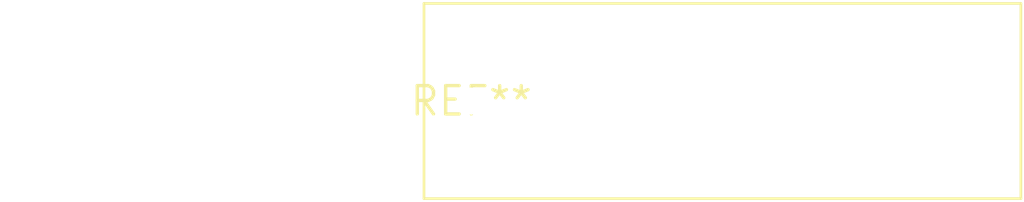
<source format=kicad_pcb>
(kicad_pcb (version 20240108) (generator pcbnew)
  (layers (0 "F.Cu" signal) (31 "B.Cu" signal) (34 "B.Paste" user) (35 "F.Paste" user) (36 "B.SilkS" user "B.Silkscreen") (37 "F.SilkS" user "F.Silkscreen") (38 "B.Mask" user) (39 "F.Mask" user) (44 "Edge.Cuts" user))
  (net 0 "")
  (footprint "C_Rect_L26.5mm_W8.5mm_P22.50mm_MKS4" (layer "F.Cu") (at 0 0)
    (property "Reference" "REF**")
    (property "Value" "C_Rect_L26.5mm_W8.5mm_P22.50mm_MKS4")
    (fp_line (start -2.12 -4.37) (end -2.12 4.37) (layer "F.SilkS") (stroke (width 0.12)))
    (fp_line (start -2.12 -4.37) (end 24.62 -4.37) (layer "F.SilkS") (stroke (width 0.12)))
    (fp_line (start -2.12 4.37) (end 24.62 4.37) (layer "F.SilkS") (stroke (width 0.12)))
    (fp_line (start 24.62 -4.37) (end 24.62 4.37) (layer "F.SilkS") (stroke (width 0.12)))
    (pad "1" thru_hole circle (at 0 0) (size 2.4 2.4) (drill 1.2) (layers *.Cu *.Mask) (remove_unused_layers))
    (pad "2" thru_hole circle (at 22.5 0) (size 2.4 2.4) (drill 1.2) (layers *.Cu *.Mask) (remove_unused_layers))
  )
)
</source>
